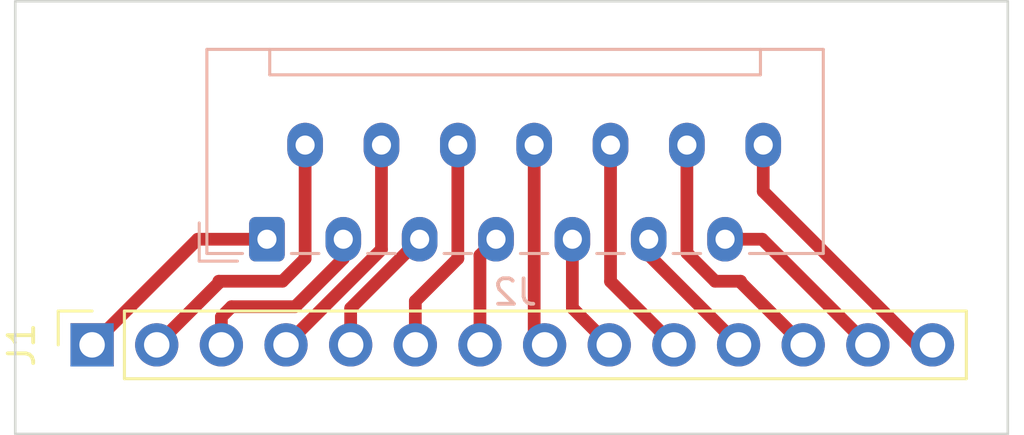
<source format=kicad_pcb>
(kicad_pcb (version 20221018) (generator pcbnew)
  (layers (0 "F.Cu" signal) (31 "B.Cu" signal) (34 "B.Paste" user) (35 "F.Paste" user) (36 "B.SilkS" user "B.Silkscreen") (37 "F.SilkS" user "F.Silkscreen") (38 "B.Mask" user) (39 "F.Mask" user) (44 "Edge.Cuts" user))
  (net 0 "")
  (net 1 "Net-(J1-Pin_1)")
  (net 2 "Net-(J1-Pin_2)")
  (net 3 "Net-(J1-Pin_3)")
  (net 4 "Net-(J1-Pin_4)")
  (net 5 "Net-(J1-Pin_5)")
  (net 6 "Net-(J1-Pin_6)")
  (net 7 "Net-(J1-Pin_7)")
  (net 8 "Net-(J1-Pin_8)")
  (net 9 "Net-(J1-Pin_9)")
  (net 10 "Net-(J1-Pin_10)")
  (net 11 "Net-(J1-Pin_11)")
  (net 12 "Net-(J1-Pin_12)")
  (net 13 "Net-(J1-Pin_13)")
  (net 14 "Net-(J1-Pin_14)")
  (footprint "Connector_PinSocket_2.54mm:PinSocket_1x14_P2.54mm_Vertical" (layer "F.Cu") (at 124.02 94.5 90)
    (fp_text reference "J1" (at 0 -2.77 90) (layer "F.SilkS"))
    (fp_text value "toDisplay")
    (fp_line (start -1.33 1.27) (end -1.33 34.35) (stroke (width 0.12)) (layer "F.SilkS"))
    (fp_line (start -1.33 1.27) (end 1.33 1.27) (stroke (width 0.12)) (layer "F.SilkS"))
    (fp_line (start -1.33 34.35) (end 1.33 34.35) (stroke (width 0.12)) (layer "F.SilkS"))
    (fp_line (start 0 -1.33) (end 1.33 -1.33) (stroke (width 0.12)) (layer "F.SilkS"))
    (fp_line (start 1.33 -1.33) (end 1.33 0) (stroke (width 0.12)) (layer "F.SilkS"))
    (fp_line (start 1.33 1.27) (end 1.33 34.35) (stroke (width 0.12)) (layer "F.SilkS"))
    (pad "1" thru_hole rect (at 0 0 90) (size 1.7 1.7) (drill 1) (layers "*.Cu" "*.Mask") (net 1 "Net-(J1-Pin_1)"))
    (pad "2" thru_hole oval (at 0 2.54 90) (size 1.7 1.7) (drill 1) (layers "*.Cu" "*.Mask") (net 2 "Net-(J1-Pin_2)"))
    (pad "3" thru_hole oval (at 0 5.08 90) (size 1.7 1.7) (drill 1) (layers "*.Cu" "*.Mask") (net 3 "Net-(J1-Pin_3)"))
    (pad "4" thru_hole oval (at 0 7.62 90) (size 1.7 1.7) (drill 1) (layers "*.Cu" "*.Mask") (net 4 "Net-(J1-Pin_4)"))
    (pad "5" thru_hole oval (at 0 10.16 90) (size 1.7 1.7) (drill 1) (layers "*.Cu" "*.Mask") (net 5 "Net-(J1-Pin_5)"))
    (pad "6" thru_hole oval (at 0 12.7 90) (size 1.7 1.7) (drill 1) (layers "*.Cu" "*.Mask") (net 6 "Net-(J1-Pin_6)"))
    (pad "7" thru_hole oval (at 0 15.24 90) (size 1.7 1.7) (drill 1) (layers "*.Cu" "*.Mask") (net 7 "Net-(J1-Pin_7)"))
    (pad "8" thru_hole oval (at 0 17.78 90) (size 1.7 1.7) (drill 1) (layers "*.Cu" "*.Mask") (net 8 "Net-(J1-Pin_8)"))
    (pad "9" thru_hole oval (at 0 20.32 90) (size 1.7 1.7) (drill 1) (layers "*.Cu" "*.Mask") (net 9 "Net-(J1-Pin_9)"))
    (pad "10" thru_hole oval (at 0 22.86 90) (size 1.7 1.7) (drill 1) (layers "*.Cu" "*.Mask") (net 10 "Net-(J1-Pin_10)"))
    (pad "11" thru_hole oval (at 0 25.4 90) (size 1.7 1.7) (drill 1) (layers "*.Cu" "*.Mask") (net 11 "Net-(J1-Pin_11)"))
    (pad "12" thru_hole oval (at 0 27.94 90) (size 1.7 1.7) (drill 1) (layers "*.Cu" "*.Mask") (net 12 "Net-(J1-Pin_12)"))
    (pad "13" thru_hole oval (at 0 30.48 90) (size 1.7 1.7) (drill 1) (layers "*.Cu" "*.Mask") (net 13 "Net-(J1-Pin_13)"))
    (pad "14" thru_hole oval (at 0 33.02 90) (size 1.7 1.7) (drill 1) (layers "*.Cu" "*.Mask") (net 14 "Net-(J1-Pin_14)"))
  )
  (footprint "Connector_JST:JST_ZE_S14B-ZESK-2D_1x14_P1.50mm_Horizontal" (layer "B.Cu") (at 130.89 90.35)
    (fp_text reference "J2" (at 9.75 2.08 -360) (layer "B.SilkS") (effects (justify mirror)))
    (fp_text value "fromCPU")
    (fp_line (start -2.66 -0.64) (end -2.66 0.86) (stroke (width 0.12)) (layer "B.SilkS"))
    (fp_line (start -2.66 0.86) (end -1.16 0.86) (stroke (width 0.12)) (layer "B.SilkS"))
    (fp_line (start -2.36 -7.46) (end 21.86 -7.46) (stroke (width 0.12)) (layer "B.SilkS"))
    (fp_line (start -2.36 0.56) (end -2.36 -7.46) (stroke (width 0.12)) (layer "B.SilkS"))
    (fp_line (start -0.96 0.56) (end -2.36 0.56) (stroke (width 0.12)) (layer "B.SilkS"))
    (fp_line (start 0.11 -7.46) (end 0.11 -6.46) (stroke (width 0.12)) (layer "B.SilkS"))
    (fp_line (start 0.11 -6.46) (end 19.39 -6.46) (stroke (width 0.12)) (layer "B.SilkS"))
    (fp_line (start 0.96 0.56) (end 2.04 0.56) (stroke (width 0.12)) (layer "B.SilkS"))
    (fp_line (start 3.96 0.56) (end 5.04 0.56) (stroke (width 0.12)) (layer "B.SilkS"))
    (fp_line (start 6.96 0.56) (end 8.04 0.56) (stroke (width 0.12)) (layer "B.SilkS"))
    (fp_line (start 9.96 0.56) (end 11.04 0.56) (stroke (width 0.12)) (layer "B.SilkS"))
    (fp_line (start 12.96 0.56) (end 14.04 0.56) (stroke (width 0.12)) (layer "B.SilkS"))
    (fp_line (start 15.96 0.56) (end 17.04 0.56) (stroke (width 0.12)) (layer "B.SilkS"))
    (fp_line (start 19.39 -6.46) (end 19.39 -7.46) (stroke (width 0.12)) (layer "B.SilkS"))
    (fp_line (start 21.86 -7.46) (end 21.86 0.56) (stroke (width 0.12)) (layer "B.SilkS"))
    (fp_line (start 21.86 0.56) (end 18.96 0.56) (stroke (width 0.12)) (layer "B.SilkS"))
    (pad "" np_thru_hole circle (at -1.55 -1.85) (size 1.15 1.15) (drill 1.15) (layers "*.Cu" "*.Mask"))
    (pad "" np_thru_hole circle (at 21.05 -1.85) (size 1.15 1.15) (drill 1.15) (layers "*.Cu" "*.Mask"))
    (pad "1" thru_hole roundrect (at 0 0) (size 1.4 1.75) (drill 0.75) (layers "*.Cu" "*.Mask") (roundrect_rratio 0.178571) (net 1 "Net-(J1-Pin_1)"))
    (pad "2" thru_hole oval (at 1.5 -3.7) (size 1.4 1.75) (drill 0.75) (layers "*.Cu" "*.Mask") (net 2 "Net-(J1-Pin_2)"))
    (pad "3" thru_hole oval (at 3 0) (size 1.4 1.75) (drill 0.75) (layers "*.Cu" "*.Mask") (net 3 "Net-(J1-Pin_3)"))
    (pad "4" thru_hole oval (at 4.5 -3.7) (size 1.4 1.75) (drill 0.75) (layers "*.Cu" "*.Mask") (net 4 "Net-(J1-Pin_4)"))
    (pad "5" thru_hole oval (at 6 0) (size 1.4 1.75) (drill 0.75) (layers "*.Cu" "*.Mask") (net 5 "Net-(J1-Pin_5)"))
    (pad "6" thru_hole oval (at 7.5 -3.7) (size 1.4 1.75) (drill 0.75) (layers "*.Cu" "*.Mask") (net 6 "Net-(J1-Pin_6)"))
    (pad "7" thru_hole oval (at 9 0) (size 1.4 1.75) (drill 0.75) (layers "*.Cu" "*.Mask") (net 7 "Net-(J1-Pin_7)"))
    (pad "8" thru_hole oval (at 10.5 -3.7) (size 1.4 1.75) (drill 0.75) (layers "*.Cu" "*.Mask") (net 8 "Net-(J1-Pin_8)"))
    (pad "9" thru_hole oval (at 12 0) (size 1.4 1.75) (drill 0.75) (layers "*.Cu" "*.Mask") (net 9 "Net-(J1-Pin_9)"))
    (pad "10" thru_hole oval (at 13.5 -3.7) (size 1.4 1.75) (drill 0.75) (layers "*.Cu" "*.Mask") (net 10 "Net-(J1-Pin_10)"))
    (pad "11" thru_hole oval (at 15 0) (size 1.4 1.75) (drill 0.75) (layers "*.Cu" "*.Mask") (net 11 "Net-(J1-Pin_11)"))
    (pad "12" thru_hole oval (at 16.5 -3.7) (size 1.4 1.75) (drill 0.75) (layers "*.Cu" "*.Mask") (net 12 "Net-(J1-Pin_12)"))
    (pad "13" thru_hole oval (at 18 0) (size 1.4 1.75) (drill 0.75) (layers "*.Cu" "*.Mask") (net 13 "Net-(J1-Pin_13)"))
    (pad "14" thru_hole oval (at 19.5 -3.7) (size 1.4 1.75) (drill 0.75) (layers "*.Cu" "*.Mask") (net 14 "Net-(J1-Pin_14)"))
  )
  (gr_rect (start 121 81) (end 160 98) (stroke (width 0.1)) (fill none) (layer "Edge.Cuts"))
  (segment (start 128.17 90.35) (end 130.89 90.35) (width 0.5) (layer "F.Cu") (net 1))
  (segment (start 124.02 94.5) (end 128.17 90.35) (width 0.5) (layer "F.Cu") (net 1))
  (segment (start 129 92.06) (end 129 92) (width 0.5) (layer "F.Cu") (net 2))
  (segment (start 131.5 92) (end 132.39 91.11) (width 0.5) (layer "F.Cu") (net 2))
  (segment (start 126.56 94.5) (end 129 92.06) (width 0.5) (layer "F.Cu") (net 2))
  (segment (start 132.39 91.11) (end 132.39 86.65) (width 0.5) (layer "F.Cu") (net 2))
  (segment (start 129 92) (end 131.5 92) (width 0.5) (layer "F.Cu") (net 2))
  (segment (start 132 93) (end 133.89 91.11) (width 0.5) (layer "F.Cu") (net 3))
  (segment (start 133.89 91.11) (end 133.89 90.35) (width 0.5) (layer "F.Cu") (net 3))
  (segment (start 129.1 94.5) (end 129.1 93.4) (width 0.5) (layer "F.Cu") (net 3))
  (segment (start 129.5 93) (end 132 93) (width 0.5) (layer "F.Cu") (net 3))
  (segment (start 129.1 93.4) (end 129.5 93) (width 0.5) (layer "F.Cu") (net 3))
  (segment (start 135.39 90.75) (end 135.39 86.65) (width 0.5) (layer "F.Cu") (net 4))
  (segment (start 131.64 94.5) (end 135.39 90.75) (width 0.5) (layer "F.Cu") (net 4))
  (segment (start 134.18 94.5) (end 134.18 93.06) (width 0.5) (layer "F.Cu") (net 5))
  (segment (start 134.18 93.06) (end 136.89 90.35) (width 0.5) (layer "F.Cu") (net 5))
  (segment (start 136.72 92.78) (end 138.39 91.11) (width 0.5) (layer "F.Cu") (net 6))
  (segment (start 138.39 91.11) (end 138.39 86.65) (width 0.5) (layer "F.Cu") (net 6))
  (segment (start 136.72 94.5) (end 136.72 92.78) (width 0.5) (layer "F.Cu") (net 6))
  (segment (start 139.26 90.98) (end 139.89 90.35) (width 0.5) (layer "F.Cu") (net 7))
  (segment (start 139.26 94.5) (end 139.26 90.98) (width 0.5) (layer "F.Cu") (net 7))
  (segment (start 141.8 94.5) (end 141.39 94.09) (width 0.5) (layer "F.Cu") (net 8))
  (segment (start 141.39 94.09) (end 141.39 86.65) (width 0.5) (layer "F.Cu") (net 8))
  (segment (start 142.89 93.05) (end 144.34 94.5) (width 0.5) (layer "F.Cu") (net 9))
  (segment (start 142.89 90.35) (end 142.89 93.05) (width 0.5) (layer "F.Cu") (net 9))
  (segment (start 146.88 94.5) (end 144.39 92.01) (width 0.5) (layer "F.Cu") (net 10))
  (segment (start 144.39 92.01) (end 144.39 86.65) (width 0.5) (layer "F.Cu") (net 10))
  (segment (start 145.89 90.97) (end 149.42 94.5) (width 0.5) (layer "F.Cu") (net 11))
  (segment (start 145.89 90.35) (end 145.89 90.97) (width 0.5) (layer "F.Cu") (net 11))
  (segment (start 151.96 94.5) (end 149.5 92.04) (width 0.5) (layer "F.Cu") (net 12))
  (segment (start 149.5 92.04) (end 149.5 92) (width 0.5) (layer "F.Cu") (net 12))
  (segment (start 148.5 92) (end 147.39 90.89) (width 0.5) (layer "F.Cu") (net 12))
  (segment (start 149.5 92) (end 148.5 92) (width 0.5) (layer "F.Cu") (net 12))
  (segment (start 147.39 90.89) (end 147.39 86.65) (width 0.5) (layer "F.Cu") (net 12))
  (segment (start 150.35 90.35) (end 154.5 94.5) (width 0.5) (layer "F.Cu") (net 13))
  (segment (start 148.89 90.35) (end 150.35 90.35) (width 0.5) (layer "F.Cu") (net 13))
  (segment (start 150.39 88.47028) (end 156.41972 94.5) (width 0.5) (layer "F.Cu") (net 14))
  (segment (start 156.41972 94.5) (end 157.04 94.5) (width 0.5) (layer "F.Cu") (net 14))
  (segment (start 150.39 86.65) (end 150.39 88.47028) (width 0.5) (layer "F.Cu") (net 14))
)
</source>
